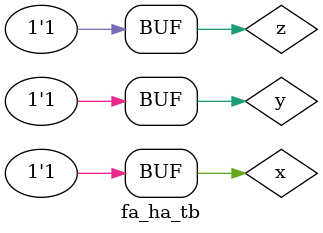
<source format=v>
module fa_ha(x,y,z,s,c);
input x,y,z;
output s,c;
wire p,q,r;

half_adder m1(x,y,p,q);
half_adder m2(p,z,s,r);
or(c,q,r);

endmodule


module fa_ha_tb();
reg x,y,z;
wire s,c;

fa_ha u1(.x(x), .y(y), .z(z), .s(s), .c(c));

initial begin
$dumpfile("fa_ha.vcd");
$dumpvars(-1,u1);
end

initial begin
x=0;y=0;z=0;#10;
x=0;y=0;z=1;#10;
x=0;y=1;z=0;#10;
x=0;y=1;z=1;#10;
x=1;y=0;z=0;#10;
x=1;y=0;z=1;#10;
x=1;y=1;z=0;#10;
x=1;y=1;z=1;#10;
end
endmodule
</source>
